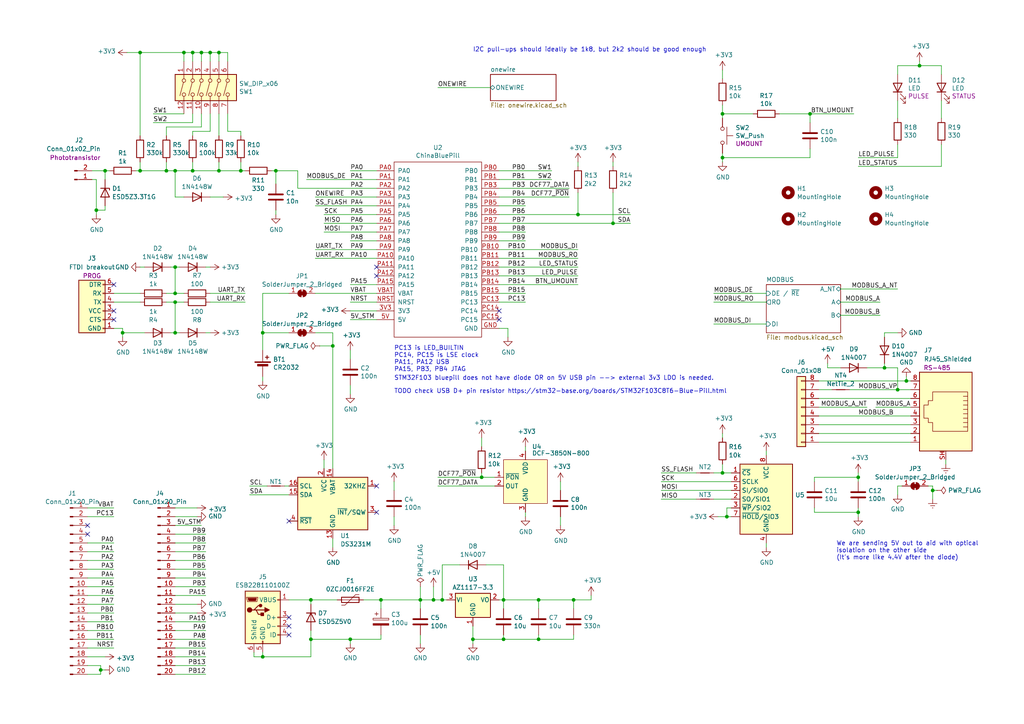
<source format=kicad_sch>
(kicad_sch (version 20230121) (generator eeschema)
  (paper "A4")
  (junction (at 262.89 110.49))
  (junction (at 50.8 87.63))
  (junction (at 209.55 33.02))
  (junction (at 210.82 149.86))
  (junction (at 50.8 85.09))
  (junction (at 55.88 15.24))
  (junction (at 256.54 106.68))
  (junction (at 80.01 49.53))
  (junction (at 156.21 185.42))
  (junction (at 63.5 15.24))
  (junction (at 58.42 15.24))
  (junction (at 166.37 173.99))
  (junction (at 128.27 173.99))
  (junction (at 48.26 49.53))
  (junction (at 60.96 15.24))
  (junction (at 90.17 185.42))
  (junction (at 266.7 19.05))
  (junction (at 50.8 77.47))
  (junction (at 29.21 194.31))
  (junction (at 110.49 173.99))
  (junction (at 248.92 138.43))
  (junction (at 27.94 60.96))
  (junction (at 50.8 96.52))
  (junction (at 146.05 185.42))
  (junction (at 30.48 49.53))
  (junction (at 50.8 49.53))
  (junction (at 248.92 148.59))
  (junction (at 137.16 185.42))
  (junction (at 55.88 49.53))
  (junction (at 156.21 173.99))
  (junction (at 76.2 96.52))
  (junction (at 40.64 15.24))
  (junction (at 69.85 49.53))
  (junction (at 35.56 96.52))
  (junction (at 234.95 33.02))
  (junction (at 63.5 49.53))
  (junction (at 125.73 173.99))
  (junction (at 209.55 45.72))
  (junction (at 260.35 113.03))
  (junction (at 101.6 185.42))
  (junction (at 177.8 64.77))
  (junction (at 209.55 137.16))
  (junction (at 53.34 15.24))
  (junction (at 96.52 100.33))
  (junction (at 270.51 142.24))
  (junction (at 146.05 173.99))
  (junction (at 139.7 138.43))
  (junction (at 121.92 173.99))
  (junction (at 40.64 49.53))
  (junction (at 90.17 173.99))
  (junction (at 76.2 190.5))
  (junction (at 167.64 62.23))
  (no_connect (at 144.78 92.71))
  (no_connect (at 109.22 140.97))
  (no_connect (at 25.4 154.94))
  (no_connect (at 33.02 92.71))
  (no_connect (at 83.82 151.13))
  (no_connect (at 33.02 82.55))
  (no_connect (at 144.78 90.17))
  (no_connect (at 25.4 152.4))
  (no_connect (at 109.22 80.01))
  (no_connect (at 109.22 148.59))
  (no_connect (at 83.82 184.15))
  (no_connect (at 109.22 77.47))
  (no_connect (at 83.82 181.61))
  (no_connect (at 83.82 179.07))
  (no_connect (at 33.02 90.17))
  (wire (pts (xy 48.26 87.63) (xy 50.8 87.63)))
  (wire (pts (xy 246.38 113.03) (xy 260.35 113.03)))
  (wire (pts (xy 167.64 80.01) (xy 144.78 80.01)))
  (wire (pts (xy 53.34 57.15) (xy 50.8 57.15)))
  (wire (pts (xy 80.01 49.53) (xy 86.36 49.53)))
  (wire (pts (xy 146.05 185.42) (xy 137.16 185.42)))
  (wire (pts (xy 25.4 175.26) (xy 33.02 175.26)))
  (wire (pts (xy 72.39 143.51) (xy 83.82 143.51)))
  (wire (pts (xy 69.85 49.53) (xy 71.12 49.53)))
  (wire (pts (xy 29.21 195.58) (xy 29.21 194.31)))
  (wire (pts (xy 209.55 134.62) (xy 209.55 137.16)))
  (wire (pts (xy 63.5 15.24) (xy 66.04 15.24)))
  (wire (pts (xy 30.48 49.53) (xy 30.48 52.07)))
  (wire (pts (xy 58.42 15.24) (xy 60.96 15.24)))
  (wire (pts (xy 209.55 137.16) (xy 212.09 137.16)))
  (wire (pts (xy 76.2 190.5) (xy 76.2 189.23)))
  (wire (pts (xy 237.49 125.73) (xy 264.16 125.73)))
  (wire (pts (xy 29.21 194.31) (xy 29.21 193.04)))
  (wire (pts (xy 248.92 45.72) (xy 260.35 45.72)))
  (wire (pts (xy 162.56 142.24) (xy 162.56 139.7)))
  (wire (pts (xy 139.7 138.43) (xy 143.51 138.43)))
  (wire (pts (xy 222.25 157.48) (xy 222.25 158.75)))
  (wire (pts (xy 86.36 49.53) (xy 86.36 54.61)))
  (wire (pts (xy 50.8 180.34) (xy 59.69 180.34)))
  (wire (pts (xy 101.6 82.55) (xy 109.22 82.55)))
  (wire (pts (xy 90.17 185.42) (xy 101.6 185.42)))
  (wire (pts (xy 90.17 173.99) (xy 90.17 175.26)))
  (wire (pts (xy 144.78 52.07) (xy 160.02 52.07)))
  (wire (pts (xy 73.66 189.23) (xy 73.66 190.5)))
  (wire (pts (xy 50.8 193.04) (xy 59.69 193.04)))
  (wire (pts (xy 166.37 173.99) (xy 166.37 176.53)))
  (wire (pts (xy 260.35 143.51) (xy 260.35 140.97)))
  (wire (pts (xy 144.78 74.93) (xy 167.64 74.93)))
  (wire (pts (xy 96.52 156.21) (xy 96.52 158.75)))
  (wire (pts (xy 25.4 172.72) (xy 33.02 172.72)))
  (wire (pts (xy 35.56 95.25) (xy 33.02 95.25)))
  (wire (pts (xy 63.5 33.02) (xy 63.5 39.37)))
  (wire (pts (xy 93.98 133.35) (xy 93.98 135.89)))
  (wire (pts (xy 66.04 17.78) (xy 66.04 15.24)))
  (wire (pts (xy 44.45 35.56) (xy 55.88 35.56)))
  (wire (pts (xy 101.6 92.71) (xy 109.22 92.71)))
  (wire (pts (xy 248.92 138.43) (xy 248.92 137.16)))
  (wire (pts (xy 50.8 170.18) (xy 59.69 170.18)))
  (wire (pts (xy 50.8 167.64) (xy 59.69 167.64)))
  (wire (pts (xy 128.27 163.83) (xy 128.27 173.99)))
  (wire (pts (xy 76.2 85.09) (xy 83.82 85.09)))
  (wire (pts (xy 209.55 45.72) (xy 209.55 44.45)))
  (wire (pts (xy 254 118.11) (xy 264.16 118.11)))
  (wire (pts (xy 83.82 173.99) (xy 90.17 173.99)))
  (wire (pts (xy 156.21 184.15) (xy 156.21 185.42)))
  (wire (pts (xy 60.96 85.09) (xy 71.12 85.09)))
  (wire (pts (xy 50.8 77.47) (xy 50.8 85.09)))
  (wire (pts (xy 53.34 15.24) (xy 55.88 15.24)))
  (wire (pts (xy 260.35 19.05) (xy 260.35 21.59)))
  (wire (pts (xy 50.8 77.47) (xy 52.07 77.47)))
  (wire (pts (xy 182.88 64.77) (xy 177.8 64.77)))
  (wire (pts (xy 152.4 87.63) (xy 144.78 87.63)))
  (wire (pts (xy 234.95 43.18) (xy 234.95 45.72)))
  (wire (pts (xy 50.8 160.02) (xy 59.69 160.02)))
  (wire (pts (xy 125.73 173.99) (xy 121.92 173.99)))
  (wire (pts (xy 57.15 149.86) (xy 50.8 149.86)))
  (wire (pts (xy 222.25 130.81) (xy 222.25 132.08)))
  (wire (pts (xy 152.4 129.54) (xy 152.4 130.81)))
  (wire (pts (xy 25.4 170.18) (xy 33.02 170.18)))
  (wire (pts (xy 171.45 173.99) (xy 171.45 172.72)))
  (wire (pts (xy 125.73 173.99) (xy 128.27 173.99)))
  (wire (pts (xy 25.4 182.88) (xy 33.02 182.88)))
  (wire (pts (xy 48.26 85.09) (xy 50.8 85.09)))
  (wire (pts (xy 25.4 160.02) (xy 33.02 160.02)))
  (wire (pts (xy 166.37 184.15) (xy 166.37 185.42)))
  (wire (pts (xy 266.7 19.05) (xy 273.05 19.05)))
  (wire (pts (xy 121.92 173.99) (xy 121.92 176.53)))
  (wire (pts (xy 146.05 163.83) (xy 140.97 163.83)))
  (wire (pts (xy 156.21 185.42) (xy 166.37 185.42)))
  (wire (pts (xy 55.88 49.53) (xy 63.5 49.53)))
  (wire (pts (xy 35.56 96.52) (xy 35.56 95.25)))
  (wire (pts (xy 248.92 139.7) (xy 248.92 138.43)))
  (wire (pts (xy 146.05 173.99) (xy 146.05 176.53)))
  (wire (pts (xy 156.21 173.99) (xy 166.37 173.99)))
  (wire (pts (xy 50.8 87.63) (xy 53.34 87.63)))
  (wire (pts (xy 144.78 59.69) (xy 152.4 59.69)))
  (wire (pts (xy 139.7 137.16) (xy 139.7 138.43)))
  (wire (pts (xy 80.01 49.53) (xy 78.74 49.53)))
  (wire (pts (xy 152.4 85.09) (xy 144.78 85.09)))
  (wire (pts (xy 207.01 87.63) (xy 222.25 87.63)))
  (wire (pts (xy 25.4 190.5) (xy 30.48 190.5)))
  (wire (pts (xy 243.84 87.63) (xy 255.27 87.63)))
  (wire (pts (xy 55.88 15.24) (xy 55.88 17.78)))
  (wire (pts (xy 251.46 106.68) (xy 256.54 106.68)))
  (wire (pts (xy 210.82 149.86) (xy 212.09 149.86)))
  (wire (pts (xy 128.27 173.99) (xy 129.54 173.99)))
  (wire (pts (xy 30.48 60.96) (xy 27.94 60.96)))
  (wire (pts (xy 167.64 55.88) (xy 167.64 62.23)))
  (wire (pts (xy 49.53 77.47) (xy 50.8 77.47)))
  (wire (pts (xy 137.16 181.61) (xy 137.16 185.42)))
  (wire (pts (xy 260.35 113.03) (xy 264.16 113.03)))
  (wire (pts (xy 50.8 190.5) (xy 59.69 190.5)))
  (wire (pts (xy 25.4 149.86) (xy 33.02 149.86)))
  (wire (pts (xy 93.98 67.31) (xy 109.22 67.31)))
  (wire (pts (xy 144.78 57.15) (xy 165.1 57.15)))
  (wire (pts (xy 80.01 60.96) (xy 80.01 62.23)))
  (wire (pts (xy 256.54 105.41) (xy 256.54 106.68)))
  (wire (pts (xy 166.37 173.99) (xy 171.45 173.99)))
  (wire (pts (xy 40.64 77.47) (xy 41.91 77.47)))
  (wire (pts (xy 101.6 69.85) (xy 109.22 69.85)))
  (wire (pts (xy 101.6 185.42) (xy 110.49 185.42)))
  (wire (pts (xy 27.94 60.96) (xy 27.94 62.23)))
  (wire (pts (xy 144.78 72.39) (xy 167.64 72.39)))
  (wire (pts (xy 57.15 147.32) (xy 50.8 147.32)))
  (wire (pts (xy 58.42 15.24) (xy 58.42 17.78)))
  (wire (pts (xy 40.64 15.24) (xy 53.34 15.24)))
  (wire (pts (xy 209.55 34.29) (xy 209.55 33.02)))
  (wire (pts (xy 270.51 140.97) (xy 270.51 142.24)))
  (wire (pts (xy 191.77 137.16) (xy 201.93 137.16)))
  (wire (pts (xy 25.4 147.32) (xy 33.02 147.32)))
  (wire (pts (xy 50.8 185.42) (xy 59.69 185.42)))
  (wire (pts (xy 55.88 46.99) (xy 55.88 49.53)))
  (wire (pts (xy 110.49 184.15) (xy 110.49 185.42)))
  (wire (pts (xy 96.52 96.52) (xy 96.52 100.33)))
  (wire (pts (xy 167.64 46.99) (xy 167.64 48.26)))
  (wire (pts (xy 127 138.43) (xy 139.7 138.43)))
  (wire (pts (xy 40.64 49.53) (xy 48.26 49.53)))
  (wire (pts (xy 110.49 173.99) (xy 121.92 173.99)))
  (wire (pts (xy 262.89 110.49) (xy 264.16 110.49)))
  (wire (pts (xy 207.01 144.78) (xy 212.09 144.78)))
  (wire (pts (xy 27.94 52.07) (xy 27.94 60.96)))
  (wire (pts (xy 60.96 87.63) (xy 71.12 87.63)))
  (wire (pts (xy 60.96 15.24) (xy 63.5 15.24)))
  (wire (pts (xy 40.64 85.09) (xy 33.02 85.09)))
  (wire (pts (xy 144.78 54.61) (xy 165.1 54.61)))
  (wire (pts (xy 240.03 106.68) (xy 243.84 106.68)))
  (wire (pts (xy 50.8 154.94) (xy 59.69 154.94)))
  (wire (pts (xy 91.44 74.93) (xy 109.22 74.93)))
  (wire (pts (xy 50.8 165.1) (xy 59.69 165.1)))
  (wire (pts (xy 128.27 163.83) (xy 133.35 163.83)))
  (wire (pts (xy 237.49 120.65) (xy 264.16 120.65)))
  (wire (pts (xy 76.2 85.09) (xy 76.2 96.52)))
  (wire (pts (xy 50.8 182.88) (xy 59.69 182.88)))
  (wire (pts (xy 50.8 87.63) (xy 50.8 96.52)))
  (wire (pts (xy 25.4 180.34) (xy 33.02 180.34)))
  (wire (pts (xy 50.8 49.53) (xy 50.8 57.15)))
  (wire (pts (xy 209.55 125.73) (xy 209.55 127)))
  (wire (pts (xy 177.8 55.88) (xy 177.8 64.77)))
  (wire (pts (xy 91.44 57.15) (xy 109.22 57.15)))
  (wire (pts (xy 260.35 45.72) (xy 260.35 41.91)))
  (wire (pts (xy 101.6 49.53) (xy 109.22 49.53)))
  (wire (pts (xy 234.95 33.02) (xy 226.06 33.02)))
  (wire (pts (xy 266.7 17.78) (xy 266.7 19.05)))
  (wire (pts (xy 191.77 142.24) (xy 212.09 142.24)))
  (wire (pts (xy 60.96 57.15) (xy 64.77 57.15)))
  (wire (pts (xy 270.51 142.24) (xy 270.51 144.78)))
  (wire (pts (xy 40.64 49.53) (xy 39.37 49.53)))
  (wire (pts (xy 209.55 20.32) (xy 209.55 22.86)))
  (wire (pts (xy 76.2 96.52) (xy 76.2 101.6)))
  (wire (pts (xy 273.05 34.29) (xy 273.05 29.21)))
  (wire (pts (xy 240.03 105.41) (xy 240.03 106.68)))
  (wire (pts (xy 146.05 163.83) (xy 146.05 173.99)))
  (wire (pts (xy 48.26 49.53) (xy 50.8 49.53)))
  (wire (pts (xy 207.01 93.98) (xy 222.25 93.98)))
  (wire (pts (xy 50.8 175.26) (xy 57.15 175.26)))
  (wire (pts (xy 248.92 148.59) (xy 248.92 147.32)))
  (wire (pts (xy 50.8 187.96) (xy 59.69 187.96)))
  (wire (pts (xy 274.32 133.35) (xy 274.32 134.62)))
  (wire (pts (xy 260.35 96.52) (xy 256.54 96.52)))
  (wire (pts (xy 144.78 67.31) (xy 152.4 67.31)))
  (wire (pts (xy 25.4 167.64) (xy 33.02 167.64)))
  (wire (pts (xy 121.92 184.15) (xy 121.92 186.69)))
  (wire (pts (xy 50.8 85.09) (xy 53.34 85.09)))
  (wire (pts (xy 121.92 170.18) (xy 121.92 173.99)))
  (wire (pts (xy 90.17 190.5) (xy 90.17 185.42)))
  (wire (pts (xy 80.01 49.53) (xy 80.01 53.34)))
  (wire (pts (xy 86.36 54.61) (xy 109.22 54.61)))
  (wire (pts (xy 50.8 157.48) (xy 59.69 157.48)))
  (wire (pts (xy 110.49 173.99) (xy 110.49 176.53)))
  (wire (pts (xy 234.95 35.56) (xy 234.95 33.02)))
  (wire (pts (xy 236.22 148.59) (xy 248.92 148.59)))
  (wire (pts (xy 144.78 95.25) (xy 147.32 95.25)))
  (wire (pts (xy 256.54 106.68) (xy 260.35 106.68)))
  (wire (pts (xy 88.9 52.07) (xy 109.22 52.07)))
  (wire (pts (xy 256.54 96.52) (xy 256.54 97.79)))
  (wire (pts (xy 243.84 83.82) (xy 260.35 83.82)))
  (wire (pts (xy 234.95 45.72) (xy 209.55 45.72)))
  (wire (pts (xy 270.51 142.24) (xy 271.78 142.24)))
  (wire (pts (xy 101.6 104.14) (xy 101.6 101.6)))
  (wire (pts (xy 237.49 123.19) (xy 264.16 123.19)))
  (wire (pts (xy 144.78 64.77) (xy 177.8 64.77)))
  (wire (pts (xy 44.45 33.02) (xy 53.34 33.02)))
  (wire (pts (xy 59.69 77.47) (xy 60.96 77.47)))
  (wire (pts (xy 144.78 173.99) (xy 146.05 173.99)))
  (wire (pts (xy 248.92 149.86) (xy 248.92 148.59)))
  (wire (pts (xy 101.6 90.17) (xy 109.22 90.17)))
  (wire (pts (xy 146.05 173.99) (xy 156.21 173.99)))
  (wire (pts (xy 69.85 46.99) (xy 69.85 49.53)))
  (wire (pts (xy 236.22 139.7) (xy 236.22 138.43)))
  (wire (pts (xy 91.44 96.52) (xy 96.52 96.52)))
  (wire (pts (xy 260.35 106.68) (xy 260.35 113.03)))
  (wire (pts (xy 55.88 35.56) (xy 55.88 33.02)))
  (wire (pts (xy 30.48 194.31) (xy 29.21 194.31)))
  (wire (pts (xy 76.2 190.5) (xy 90.17 190.5)))
  (wire (pts (xy 76.2 109.22) (xy 76.2 110.49)))
  (wire (pts (xy 273.05 48.26) (xy 273.05 41.91)))
  (wire (pts (xy 63.5 46.99) (xy 63.5 49.53)))
  (wire (pts (xy 25.4 177.8) (xy 33.02 177.8)))
  (wire (pts (xy 146.05 184.15) (xy 146.05 185.42)))
  (wire (pts (xy 90.17 182.88) (xy 90.17 185.42)))
  (wire (pts (xy 114.3 142.24) (xy 114.3 139.7)))
  (wire (pts (xy 101.6 114.3) (xy 101.6 111.76)))
  (wire (pts (xy 125.73 170.18) (xy 125.73 173.99)))
  (wire (pts (xy 236.22 138.43) (xy 248.92 138.43)))
  (wire (pts (xy 82.55 140.97) (xy 83.82 140.97)))
  (wire (pts (xy 237.49 118.11) (xy 251.46 118.11)))
  (wire (pts (xy 147.32 95.25) (xy 147.32 97.79)))
  (wire (pts (xy 162.56 152.4) (xy 162.56 149.86)))
  (wire (pts (xy 207.01 85.09) (xy 222.25 85.09)))
  (wire (pts (xy 101.6 87.63) (xy 109.22 87.63)))
  (wire (pts (xy 96.52 100.33) (xy 96.52 135.89)))
  (wire (pts (xy 146.05 185.42) (xy 156.21 185.42)))
  (wire (pts (xy 40.64 46.99) (xy 40.64 49.53)))
  (wire (pts (xy 58.42 152.4) (xy 50.8 152.4)))
  (wire (pts (xy 25.4 165.1) (xy 33.02 165.1)))
  (wire (pts (xy 69.85 38.1) (xy 69.85 39.37)))
  (wire (pts (xy 209.55 33.02) (xy 218.44 33.02)))
  (wire (pts (xy 30.48 59.69) (xy 30.48 60.96)))
  (wire (pts (xy 209.55 33.02) (xy 209.55 30.48)))
  (wire (pts (xy 55.88 38.1) (xy 55.88 39.37)))
  (wire (pts (xy 273.05 19.05) (xy 273.05 21.59)))
  (wire (pts (xy 40.64 87.63) (xy 33.02 87.63)))
  (wire (pts (xy 237.49 110.49) (xy 262.89 110.49)))
  (wire (pts (xy 182.88 62.23) (xy 167.64 62.23)))
  (wire (pts (xy 152.4 148.59) (xy 152.4 149.86)))
  (wire (pts (xy 55.88 15.24) (xy 58.42 15.24)))
  (wire (pts (xy 91.44 72.39) (xy 109.22 72.39)))
  (wire (pts (xy 90.17 173.99) (xy 97.79 173.99)))
  (wire (pts (xy 144.78 69.85) (xy 152.4 69.85)))
  (wire (pts (xy 25.4 185.42) (xy 33.02 185.42)))
  (wire (pts (xy 114.3 152.4) (xy 114.3 149.86)))
  (wire (pts (xy 60.96 38.1) (xy 55.88 38.1)))
  (wire (pts (xy 260.35 140.97) (xy 261.62 140.97)))
  (wire (pts (xy 236.22 147.32) (xy 236.22 148.59)))
  (wire (pts (xy 35.56 97.79) (xy 35.56 96.52)))
  (wire (pts (xy 248.92 48.26) (xy 273.05 48.26)))
  (wire (pts (xy 91.44 59.69) (xy 109.22 59.69)))
  (wire (pts (xy 30.48 49.53) (xy 31.75 49.53)))
  (wire (pts (xy 73.66 190.5) (xy 76.2 190.5)))
  (wire (pts (xy 27.94 52.07) (xy 26.67 52.07)))
  (wire (pts (xy 30.48 49.53) (xy 26.67 49.53)))
  (wire (pts (xy 50.8 49.53) (xy 55.88 49.53)))
  (wire (pts (xy 60.96 15.24) (xy 60.96 17.78)))
  (wire (pts (xy 63.5 49.53) (xy 69.85 49.53)))
  (wire (pts (xy 247.65 33.02) (xy 234.95 33.02)))
  (wire (pts (xy 58.42 36.83) (xy 48.26 36.83)))
  (wire (pts (xy 25.4 187.96) (xy 33.02 187.96)))
  (wire (pts (xy 207.01 137.16) (xy 209.55 137.16)))
  (wire (pts (xy 191.77 144.78) (xy 201.93 144.78)))
  (wire (pts (xy 137.16 185.42) (xy 137.16 186.69)))
  (wire (pts (xy 237.49 113.03) (xy 241.3 113.03)))
  (wire (pts (xy 210.82 147.32) (xy 210.82 149.86)))
  (wire (pts (xy 127 25.4) (xy 142.24 25.4)))
  (wire (pts (xy 262.89 109.22) (xy 262.89 110.49)))
  (wire (pts (xy 212.09 147.32) (xy 210.82 147.32)))
  (wire (pts (xy 58.42 36.83) (xy 58.42 33.02)))
  (wire (pts (xy 144.78 49.53) (xy 160.02 49.53)))
  (wire (pts (xy 101.6 185.42) (xy 101.6 186.69)))
  (wire (pts (xy 49.53 96.52) (xy 50.8 96.52)))
  (wire (pts (xy 266.7 19.05) (xy 260.35 19.05)))
  (wire (pts (xy 237.49 115.57) (xy 264.16 115.57)))
  (wire (pts (xy 260.35 34.29) (xy 260.35 29.21)))
  (wire (pts (xy 36.83 15.24) (xy 40.64 15.24)))
  (wire (pts (xy 50.8 177.8) (xy 57.15 177.8)))
  (wire (pts (xy 35.56 96.52) (xy 41.91 96.52)))
  (wire (pts (xy 76.2 96.52) (xy 83.82 96.52)))
  (wire (pts (xy 208.28 149.86) (xy 210.82 149.86)))
  (wire (pts (xy 209.55 46.99) (xy 209.55 45.72)))
  (wire (pts (xy 25.4 157.48) (xy 33.02 157.48)))
  (wire (pts (xy 48.26 46.99) (xy 48.26 49.53)))
  (wire (pts (xy 167.64 77.47) (xy 144.78 77.47)))
  (wire (pts (xy 25.4 162.56) (xy 33.02 162.56)))
  (wire (pts (xy 191.77 139.7) (xy 212.09 139.7)))
  (wire (pts (xy 72.39 140.97) (xy 77.47 140.97)))
  (wire (pts (xy 92.71 100.33) (xy 96.52 100.33)))
  (wire (pts (xy 144.78 62.23) (xy 167.64 62.23)))
  (wire (pts (xy 66.04 38.1) (xy 69.85 38.1)))
  (wire (pts (xy 50.8 162.56) (xy 59.69 162.56)))
  (wire (pts (xy 53.34 15.24) (xy 53.34 17.78)))
  (wire (pts (xy 40.64 15.24) (xy 40.64 39.37)))
  (wire (pts (xy 25.4 195.58) (xy 29.21 195.58)))
  (wire (pts (xy 93.98 64.77) (xy 109.22 64.77)))
  (wire (pts (xy 156.21 173.99) (xy 156.21 176.53)))
  (wire (pts (xy 177.8 46.99) (xy 177.8 48.26)))
  (wire (pts (xy 48.26 36.83) (xy 48.26 39.37)))
  (wire (pts (xy 50.8 172.72) (xy 59.69 172.72)))
  (wire (pts (xy 243.84 91.44) (xy 255.27 91.44)))
  (wire (pts (xy 237.49 128.27) (xy 264.16 128.27)))
  (wire (pts (xy 91.44 85.09) (xy 109.22 85.09)))
  (wire (pts (xy 167.64 82.55) (xy 144.78 82.55)))
  (wire (pts (xy 60.96 96.52) (xy 59.69 96.52)))
  (wire (pts (xy 29.21 193.04) (xy 25.4 193.04)))
  (wire (pts (xy 93.98 62.23) (xy 109.22 62.23)))
  (wire (pts (xy 105.41 173.99) (xy 110.49 173.99)))
  (wire (pts (xy 50.8 195.58) (xy 59.69 195.58)))
  (wire (pts (xy 127 140.97) (xy 143.51 140.97)))
  (wire (pts (xy 52.07 96.52) (xy 50.8 96.52)))
  (wire (pts (xy 63.5 15.24) (xy 63.5 17.78)))
  (wire (pts (xy 139.7 127) (xy 139.7 129.54)))
  (wire (pts (xy 66.04 38.1) (xy 66.04 33.02)))
  (wire (pts (xy 60.96 33.02) (xy 60.96 38.1)))
  (wire (pts (xy 269.24 140.97) (xy 270.51 140.97)))
  (text "STM32F103 bluepill does not have diode OR on 5V USB pin --> external 3v3 LDO is needed." (at 114.3 110.49 0) (effects (font (size 1.27 1.27)) (justify left bottom)))
  (text "I2C pull-ups should ideally be 1k8, but 2k2 should be good enough" (at 137.16 15.24 0) (effects (font (size 1.27 1.27)) (justify left bottom)))
  (text "PC13 is LED_BUILTIN\nPC14, PC15 is LSE clock\nPA11, PA12 USB\nPA15, PB3, PB4 JTAG" (at 114.3 107.95 0) (effects (font (size 1.27 1.27)) (justify left bottom)))
  (text "TODO check USB D+ pin resistor https://stm32-base.org/boards/STM32F103C8T6-Blue-Pill.html" (at 114.3 114.3 0) (effects (font (size 1.27 1.27)) (justify left bottom)))
  (text "We are sending 5V out to aid with optical\nisolation on the other side\n(It's more like 4.4V after the diode)" (at 242.57 162.56 0) (effects (font (size 1.27 1.27)) (justify left bottom)))
  (label "PB10" (at 152.4 72.39 180))
  (label "PB9" (at 59.69 154.94 180))
  (label "PA15" (at 101.6 82.55 0))
  (label "PA3" (at 101.6 57.15 0))
  (label "MODBUS_VP" (at 248.92 113.03 0))
  (label "SCL" (at 72.39 140.97 0))
  (label "UART_TX" (at 91.44 72.39 0))
  (label "SW1" (at 160.02 49.53 180))
  (label "PA9" (at 59.69 182.88 180))
  (label "PA1" (at 101.6 52.07 0))
  (label "PA4" (at 101.6 59.69 0))
  (label "PB6" (at 152.4 62.23 180))
  (label "PB12" (at 152.4 77.47 180))
  (label "5V_STM" (at 101.6 92.71 0))
  (label "PB5" (at 59.69 165.1 180))
  (label "PC13" (at 152.4 87.63 180))
  (label "VBAT" (at 101.6 85.09 0))
  (label "PB1" (at 33.02 180.34 180))
  (label "SDA" (at 182.88 64.77 180))
  (label "LED_STATUS" (at 167.64 77.47 180))
  (label "LED_PULSE" (at 248.92 45.72 0))
  (label "PB7" (at 59.69 160.02 180))
  (label "DCF77_~{PON}" (at 165.1 57.15 180))
  (label "PB1" (at 152.4 52.07 180))
  (label "PB11" (at 152.4 74.93 180))
  (label "PB0" (at 152.4 49.53 180))
  (label "SW2" (at 44.45 35.56 0))
  (label "PA0" (at 33.02 157.48 180))
  (label "PB4" (at 59.69 167.64 180))
  (label "PA8" (at 59.69 185.42 180))
  (label "PC13" (at 33.02 149.86 180))
  (label "SCK" (at 191.77 139.7 0))
  (label "PA10" (at 101.6 74.93 0))
  (label "SS_FLASH" (at 91.44 59.69 0))
  (label "SW2" (at 160.02 52.07 180))
  (label "PB6" (at 59.69 162.56 180))
  (label "PB15" (at 59.69 187.96 180))
  (label "PA10" (at 59.69 180.34 180))
  (label "PA7" (at 101.6 67.31 0))
  (label "PB12" (at 59.69 195.58 180))
  (label "PB8" (at 59.69 157.48 180))
  (label "ONEWIRE" (at 91.44 57.15 0))
  (label "NRST" (at 101.6 87.63 0))
  (label "PA8" (at 101.6 69.85 0))
  (label "PB14" (at 59.69 190.5 180))
  (label "PA1" (at 33.02 160.02 180))
  (label "MODBUS_A" (at 254 118.11 0))
  (label "PA2" (at 101.6 54.61 0))
  (label "PB9" (at 152.4 69.85 180))
  (label "DCF77_DATA" (at 127 140.97 0))
  (label "PA2" (at 33.02 162.56 180))
  (label "MODBUS_DI" (at 167.64 72.39 180))
  (label "MOSI" (at 93.98 67.31 0))
  (label "PA6" (at 33.02 172.72 180))
  (label "PA4" (at 33.02 167.64 180))
  (label "MODBUS_DE" (at 207.01 85.09 0))
  (label "LED_PULSE" (at 167.64 80.01 180))
  (label "SCK" (at 93.98 62.23 0))
  (label "MOSI" (at 191.77 142.24 0))
  (label "PA6" (at 101.6 64.77 0))
  (label "PB14" (at 152.4 82.55 180))
  (label "MODBUS_A_NT" (at 260.35 83.82 180))
  (label "SCL" (at 182.88 62.23 180))
  (label "MODBUS_RO" (at 207.01 87.63 0))
  (label "ONEWIRE" (at 127 25.4 0))
  (label "PB4" (at 152.4 57.15 180))
  (label "5V_STM" (at 58.42 152.4 180))
  (label "SW1" (at 44.45 33.02 0))
  (label "UART_TX" (at 71.12 85.09 180))
  (label "PB11" (at 33.02 185.42 180))
  (label "PA3" (at 33.02 165.1 180))
  (label "BTN_UMOUNT" (at 247.65 33.02 180))
  (label "PB5" (at 152.4 59.69 180))
  (label "PA15" (at 59.69 172.72 180))
  (label "MISO" (at 191.77 144.78 0))
  (label "PB13" (at 152.4 80.01 180))
  (label "SDA" (at 72.39 143.51 0))
  (label "UART_RX" (at 71.12 87.63 180))
  (label "MISO" (at 93.98 64.77 0))
  (label "MODBUS_DE" (at 88.9 52.07 0))
  (label "LED_STATUS" (at 248.92 48.26 0))
  (label "PB8" (at 152.4 67.31 180))
  (label "MODBUS_A" (at 255.27 87.63 180))
  (label "PB3" (at 59.69 170.18 180))
  (label "PB10" (at 33.02 182.88 180))
  (label "UART_RX" (at 91.44 74.93 0))
  (label "MODBUS_B" (at 255.27 91.44 180))
  (label "PA9" (at 101.6 72.39 0))
  (label "VBAT" (at 33.02 147.32 180))
  (label "PB13" (at 59.69 193.04 180))
  (label "MODBUS_A_NT" (at 251.46 118.11 180))
  (label "DCF77_DATA" (at 165.1 54.61 180))
  (label "PB0" (at 33.02 177.8 180))
  (label "MODBUS_B" (at 248.92 120.65 0))
  (label "PA0" (at 101.6 49.53 0))
  (label "PB15" (at 152.4 85.09 180))
  (label "DCF77_~{PON}" (at 127 138.43 0))
  (label "SS_FLASH" (at 191.77 137.16 0))
  (label "PA5" (at 33.02 170.18 180))
  (label "PA5" (at 101.6 62.23 0))
  (label "BTN_UMOUNT" (at 167.64 82.55 180))
  (label "PA7" (at 33.02 175.26 180))
  (label "NRST" (at 33.02 187.96 180))
  (label "PB3" (at 152.4 54.61 180))
  (label "MODBUS_RO" (at 167.64 74.93 180))
  (label "PB7" (at 152.4 64.77 180))
  (label "MODBUS_DI" (at 207.01 93.98 0))
  (symbol (lib_id "china_bluepill:ChinaBluePill") (at 127 63.5 0) (unit 1)
    (property "Reference" "U2" (at 127 42.799 0))
    (property "Value" "ChinaBluePill" (at 127 45.1104 0))
    (property "Footprint" "chinabluepill:ChinaBluePill" (effects hide))
  )
  (symbol (lib_id "power:GND") (at 147.32 97.79 0) (unit 1)
    (property "Reference" "#PWR028" (effects hide))
    (property "Value" "GND" (at 147.447 102.1842 0))
  )
  (symbol (lib_id "power:+3V3") (at 101.6 90.17 90) (unit 1)
    (property "Reference" "#PWR018" (effects hide))
    (property "Value" "+3V3" (at 98.3488 89.789 90) (effects (justify left)))
  )
  (symbol (lib_id "Device:C") (at 101.6 107.95 0) (unit 1)
    (property "Reference" "C2" (at 104.521 106.7816 0) (effects (justify left)))
    (property "Value" "100n" (at 104.521 109.093 0) (effects (justify left)))
    (property "Footprint" "Capacitor_SMD:C_1206_3216Metric_Pad1.33x1.80mm_HandSolder" (effects hide))
  )
  (symbol (lib_id "power:+3V3") (at 101.6 101.6 0) (unit 1)
    (property "Reference" "#PWR019" (effects hide))
    (property "Value" "+3V3" (at 101.981 97.2058 0))
  )
  (symbol (lib_id "power:GND") (at 101.6 114.3 0) (unit 1)
    (property "Reference" "#PWR020" (effects hide))
    (property "Value" "GND" (at 101.727 118.6942 0))
  )
  (symbol (lib_id "power:GND") (at 27.94 62.23 0) (unit 1)
    (property "Reference" "#PWR01" (effects hide))
    (property "Value" "GND" (at 28.067 66.6242 0))
  )
  (symbol (lib_id "Switch:SW_DIP_x06") (at 60.96 25.4 90) (mirror x) (unit 1)
    (property "Reference" "SW1" (at 69.342 26.5684 90) (effects (justify right)))
    (property "Value" "SW_DIP_x06" (at 69.342 24.257 90) (effects (justify right)))
    (property "Footprint" "Button_Switch_THT:SW_DIP_SPSTx06_Piano_10.8x16.8mm_W7.62mm_P2.54mm" (effects hide))
  )
  (symbol (lib_id "power:+3V3") (at 36.83 15.24 90) (unit 1)
    (property "Reference" "#PWR05" (effects hide))
    (property "Value" "+3V3" (at 33.5788 14.859 90) (effects (justify left)))
  )
  (symbol (lib_id "Device:R") (at 48.26 43.18 0) (unit 1)
    (property "Reference" "R5" (at 50.038 42.0116 0) (effects (justify left)))
    (property "Value" "330k" (at 50.038 44.323 0) (effects (justify left)))
    (property "Footprint" "Resistor_SMD:R_1206_3216Metric_Pad1.30x1.75mm_HandSolder" (effects hide))
  )
  (symbol (lib_id "Device:R") (at 55.88 43.18 0) (unit 1)
    (property "Reference" "R6" (at 57.658 42.0116 0) (effects (justify left)))
    (property "Value" "100k" (at 57.658 44.323 0) (effects (justify left)))
    (property "Footprint" "Resistor_SMD:R_1206_3216Metric_Pad1.30x1.75mm_HandSolder" (effects hide))
  )
  (symbol (lib_id "Device:R") (at 63.5 43.18 0) (unit 1)
    (property "Reference" "R9" (at 65.278 42.0116 0) (effects (justify left)))
    (property "Value" "33k" (at 65.278 44.323 0) (effects (justify left)))
    (property "Footprint" "Resistor_SMD:R_1206_3216Metric_Pad1.30x1.75mm_HandSolder" (effects hide))
  )
  (symbol (lib_id "power:+3V3") (at 64.77 57.15 270) (unit 1)
    (property "Reference" "#PWR013" (effects hide))
    (property "Value" "+3V3" (at 68.0212 57.531 90) (effects (justify left)))
  )
  (symbol (lib_id "Switch:SW_Push") (at 209.55 39.37 270) (unit 1)
    (property "Reference" "SW2" (at 213.3092 37.0586 90) (effects (justify left)))
    (property "Value" "SW_Push" (at 213.3092 39.37 90) (effects (justify left)))
    (property "Footprint" "Button_Switch_THT:SW_PUSH_6mm" (effects hide))
    (property "Label" "UMOUNT" (at 213.3092 41.6814 90) (effects (justify left)))
  )
  (symbol (lib_id "Device:LED") (at 260.35 25.4 90) (unit 1)
    (property "Reference" "D11" (at 263.3472 23.2664 90) (effects (justify right)))
    (property "Value" "LED" (at 263.3472 25.5778 90) (effects (justify right)))
    (property "Footprint" "LED_THT:LED_D3.0mm" (effects hide))
    (property "Label" "PULSE" (at 263.3472 27.8892 90) (effects (justify right)))
  )
  (symbol (lib_id "Device:LED") (at 273.05 25.4 90) (unit 1)
    (property "Reference" "D12" (at 276.0472 23.2664 90) (effects (justify right)))
    (property "Value" "LED" (at 276.0472 25.5778 90) (effects (justify right)))
    (property "Footprint" "LED_THT:LED_D3.0mm" (effects hide))
    (property "Label" "STATUS" (at 276.0472 27.8892 90) (effects (justify right)))
  )
  (symbol (lib_id "Device:Battery_Cell") (at 76.2 106.68 0) (unit 1)
    (property "Reference" "BT1" (at 79.1972 104.2416 0) (effects (justify left)))
    (property "Value" "CR2032" (at 79.1972 106.553 0) (effects (justify left)))
    (property "Footprint" "ondra:BatteryHolder_DS1092-04-B6P" (effects hide))
    (property "Holder" "DS1092-04-B6P" (effects hide))
  )
  (symbol (lib_id "power:GND") (at 76.2 110.49 0) (unit 1)
    (property "Reference" "#PWR014" (effects hide))
    (property "Value" "GND" (at 76.327 114.8842 0))
  )
  (symbol (lib_id "power:GND") (at 35.56 97.79 0) (unit 1)
    (property "Reference" "#PWR04" (effects hide))
    (property "Value" "GND" (at 35.687 102.1842 0))
  )
  (symbol (lib_id "Device:R") (at 260.35 38.1 0) (unit 1)
    (property "Reference" "R18" (at 262.128 36.9316 0) (effects (justify left)))
    (property "Value" "330" (at 262.128 39.243 0) (effects (justify left)))
    (property "Footprint" "Resistor_SMD:R_1206_3216Metric_Pad1.30x1.75mm_HandSolder" (effects hide))
  )
  (symbol (lib_id "Device:R") (at 273.05 38.1 0) (unit 1)
    (property "Reference" "R19" (at 274.828 36.9316 0) (effects (justify left)))
    (property "Value" "330" (at 274.828 39.243 0) (effects (justify left)))
    (property "Footprint" "Resistor_SMD:R_1206_3216Metric_Pad1.30x1.75mm_HandSolder" (effects hide))
  )
  (symbol (lib_id "power:+3V3") (at 266.7 17.78 0) (unit 1)
    (property "Reference" "#PWR048" (effects hide))
    (property "Value" "+3V3" (at 267.081 13.3858 0))
  )
  (symbol (lib_id "power:GND") (at 209.55 46.99 0) (unit 1)
    (property "Reference" "#PWR038" (effects hide))
    (property "Value" "GND" (at 209.677 51.3842 0))
  )
  (symbol (lib_id "Device:R") (at 209.55 26.67 0) (unit 1)
    (property "Reference" "R15" (at 211.328 25.5016 0) (effects (justify left)))
    (property "Value" "10k" (at 211.328 27.813 0) (effects (justify left)))
    (property "Footprint" "Resistor_SMD:R_1206_3216Metric_Pad1.30x1.75mm_HandSolder" (effects hide))
  )
  (symbol (lib_id "Device:R") (at 222.25 33.02 270) (unit 1)
    (property "Reference" "R17" (at 222.25 27.7622 90))
    (property "Value" "10k" (at 222.25 30.0736 90))
    (property "Footprint" "Resistor_SMD:R_1206_3216Metric_Pad1.30x1.75mm_HandSolder" (effects hide))
  )
  (symbol (lib_id "Device:C") (at 234.95 39.37 0) (unit 1)
    (property "Reference" "C10" (at 237.871 38.2016 0) (effects (justify left)))
    (property "Value" "100n" (at 237.871 40.513 0) (effects (justify left)))
    (property "Footprint" "Capacitor_SMD:C_1206_3216Metric_Pad1.33x1.80mm_HandSolder" (effects hide))
  )
  (symbol (lib_id "power:+3V3") (at 209.55 20.32 0) (unit 1)
    (property "Reference" "#PWR037" (effects hide))
    (property "Value" "+3V3" (at 209.931 15.9258 0))
  )
  (symbol (lib_id "Device:C") (at 248.92 143.51 0) (unit 1)
    (property "Reference" "C12" (at 251.841 142.3416 0) (effects (justify left)))
    (property "Value" "100n" (at 251.841 144.653 0) (effects (justify left)))
    (property "Footprint" "Capacitor_SMD:C_1206_3216Metric_Pad1.33x1.80mm_HandSolder" (effects hide))
  )
  (symbol (lib_id "power:+3V3") (at 248.92 137.16 0) (unit 1)
    (property "Reference" "#PWR043" (effects hide))
    (property "Value" "+3V3" (at 249.301 132.7658 0))
  )
  (symbol (lib_id "power:GND") (at 248.92 149.86 0) (unit 1)
    (property "Reference" "#PWR044" (effects hide))
    (property "Value" "GND" (at 249.047 154.2542 0))
  )
  (symbol (lib_id "Device:C") (at 236.22 143.51 0) (unit 1)
    (property "Reference" "C11" (at 239.141 142.3416 0) (effects (justify left)))
    (property "Value" "10u" (at 239.141 144.653 0) (effects (justify left)))
    (property "Footprint" "Capacitor_SMD:C_1206_3216Metric_Pad1.33x1.80mm_HandSolder" (effects hide))
  )
  (symbol (lib_id "power:+3V3") (at 30.48 190.5 270) (unit 1)
    (property "Reference" "#PWR02" (effects hide))
    (property "Value" "+3V3" (at 33.7312 190.881 90) (effects (justify left)))
  )
  (symbol (lib_id "power:GND") (at 30.48 194.31 90) (unit 1)
    (property "Reference" "#PWR03" (effects hide))
    (property "Value" "GND" (at 33.7312 194.183 90) (effects (justify right)))
  )
  (symbol (lib_id "power:GND") (at 57.15 149.86 90) (unit 1)
    (property "Reference" "#PWR08" (effects hide))
    (property "Value" "GND" (at 60.4012 149.733 90) (effects (justify right)))
  )
  (symbol (lib_id "power:+3V3") (at 57.15 147.32 270) (unit 1)
    (property "Reference" "#PWR07" (effects hide))
    (property "Value" "+3V3" (at 60.4012 147.701 90) (effects (justify left)))
  )
  (symbol (lib_id "Device:NetTie_2") (at 80.01 140.97 0) (unit 1) (in_bom no)
    (property "Reference" "NT1" (at 80.01 139.7 0))
    (property "Value" "NetTie_2" (effects hide))
    (property "Footprint" "Resistor_SMD:R_1206_3216Metric_Pad1.30x1.75mm_HandSolder" (effects hide))
  )
  (symbol (lib_id "power:GND") (at 80.01 62.23 0) (unit 1)
    (property "Reference" "#PWR015" (effects hide))
    (property "Value" "GND" (at 80.137 66.6242 0))
  )
  (symbol (lib_id "power:GND") (at 222.25 158.75 0) (unit 1)
    (property "Reference" "#PWR041" (effects hide))
    (property "Value" "GND" (at 222.377 163.1442 0))
  )
  (symbol (lib_id "power:Earth") (at 274.32 134.62 0) (unit 1)
    (property "Reference" "#PWR050" (effects hide))
    (property "Value" "Earth" (effects hide))
  )
  (symbol (lib_id "Mechanical:MountingHole") (at 254 55.88 0) (unit 1)
    (property "Reference" "H3" (at 256.54 54.6679 0) (effects (justify left)))
    (property "Value" "MountingHole" (at 256.54 57.0921 0) (effects (justify left)))
    (property "Footprint" "MountingHole:MountingHole_3.2mm_M3" (effects hide))
  )
  (symbol (lib_id "Timer_RTC:DS3231M") (at 96.52 146.05 0) (unit 1)
    (property "Reference" "U1" (at 98.7141 155.3901 0) (effects (justify left)))
    (property "Value" "DS3231M" (at 98.7141 157.8143 0) (effects (justify left)))
    (property "Footprint" "Package_SO:SOIC-16W_7.5x10.3mm_P1.27mm" (effects hide))
    (property "Datasheet" "http://datasheets.maximintegrated.com/en/ds/DS3231.pdf" (effects hide))
  )
  (symbol (lib_id "power:PWR_FLAG") (at 121.92 170.18 0) (unit 1)
    (property "Reference" "#FLG03" (effects hide))
    (property "Value" "PWR_FLAG" (at 121.92 162.56 90))
  )
  (symbol (lib_id "Jumper:SolderJumper_2_Bridged") (at 265.43 140.97 0) (unit 1)
    (property "Reference" "JP3" (at 265.43 135.9367 0))
    (property "Value" "SolderJumper_2_Bridged" (at 265.43 138.3609 0))
    (property "Footprint" "Resistor_SMD:R_1206_3216Metric_Pad1.30x1.75mm_HandSolder" (effects hide))
  )
  (symbol (lib_id "Device:NetTie_2") (at 204.47 137.16 0) (unit 1) (in_bom no)
    (property "Reference" "NT2" (at 204.47 135.4399 0))
    (property "Value" "NetTie_2" (effects hide))
    (property "Footprint" "Resistor_SMD:R_1206_3216Metric_Pad1.30x1.75mm_HandSolder" (effects hide))
  )
  (symbol (lib_id "Connector:Conn_01x02_Pin") (at 21.59 52.07 0) (mirror x) (unit 1)
    (property "Reference" "J2" (at 24.13 40.64 0) (effects (justify right)))
    (property "Value" "Conn_01x02_Pin" (at 29.21 43.18 0) (effects (justify right)))
    (property "Footprint" "Connector_Molex:Molex_KK-254_AE-6410-02A_1x02_P2.54mm_Vertical" (effects hide))
    (property "Label" "Phototransistor" (at 29.21 45.72 0) (effects (justify right)))
  )
  (symbol (lib_id "power:GND") (at 121.92 186.69 0) (unit 1)
    (property "Reference" "#PWR025" (effects hide))
    (property "Value" "GND" (at 121.92 190.8231 0))
  )
  (symbol (lib_id "Jumper:SolderJumper_2_Bridged") (at 87.63 85.09 0) (unit 1)
    (property "Reference" "JP1" (at 87.63 80.0567 0))
    (property "Value" "SolderJumper_2_Bridged" (at 87.63 82.4809 0))
    (property "Footprint" "Jumper:SolderJumper-2_P1.3mm_Bridged_Pad1.0x1.5mm" (effects hide))
  )
  (symbol (lib_id "power:GND") (at 114.3 152.4 0) (unit 1)
    (property "Reference" "#PWR024" (effects hide))
    (property "Value" "GND" (at 114.427 156.7942 0))
  )
  (symbol (lib_id "Device:R") (at 74.93 49.53 90) (unit 1)
    (property "Reference" "R11" (at 74.93 52.2661 90))
    (property "Value" "330" (at 74.93 54.6903 90))
    (property "Footprint" "Resistor_SMD:R_1206_3216Metric_Pad1.30x1.75mm_HandSolder" (effects hide))
  )
  (symbol (lib_id "Diode:1N4148W") (at 45.72 77.47 180) (unit 1)
    (property "Reference" "D2" (at 45.72 72.0557 0))
    (property "Value" "1N4148W" (at 45.72 74.4799 0))
    (property "Footprint" "Diode_SMD:D_SOD-123" (effects hide))
    (property "Datasheet" "https://www.vishay.com/docs/85748/1n4148w.pdf" (effects hide))
    (property "Sim.Device" "D" (effects hide))
    (property "Sim.Pins" "1=K 2=A" (effects hide))
  )
  (symbol (lib_id "Device:C") (at 146.05 180.34 0) (unit 1)
    (property "Reference" "C6" (at 148.971 179.1279 0) (effects (justify left)))
    (property "Value" "10u" (at 148.971 181.5521 0) (effects (justify left)))
    (property "Footprint" "Capacitor_SMD:C_1206_3216Metric_Pad1.33x1.80mm_HandSolder" (effects hide))
  )
  (symbol (lib_id "power:+3V3") (at 209.55 125.73 0) (unit 1)
    (property "Reference" "#PWR039" (effects hide))
    (property "Value" "+3V3" (at 209.931 121.3358 0))
  )
  (symbol (lib_id "Jumper:SolderJumper_2_Bridged") (at 87.63 96.52 0) (unit 1)
    (property "Reference" "JP2" (at 87.63 91.4867 0))
    (property "Value" "SolderJumper_2_Bridged" (at 87.63 93.9109 0))
    (property "Footprint" "Jumper:SolderJumper-2_P1.3mm_Bridged_Pad1.0x1.5mm" (effects hide))
  )
  (symbol (lib_id "Device:R") (at 40.64 43.18 0) (unit 1)
    (property "Reference" "R2" (at 42.418 42.0116 0) (effects (justify left)))
    (property "Value" "330k" (at 42.418 44.323 0) (effects (justify left)))
    (property "Footprint" "Resistor_SMD:R_1206_3216Metric_Pad1.30x1.75mm_HandSolder" (effects hide))
  )
  (symbol (lib_id "ondra:DCF-3850N-800") (at 152.4 139.7 0) (unit 1)
    (property "Reference" "U4" (at 154.305 129.54 0) (effects (justify left)))
    (property "Value" "DCF-3850N-800" (at 154.305 131.445 0) (effects (justify left)))
    (property "Footprint" "Connector_Molex:Molex_KK-254_AE-6410-04A_1x04_P2.54mm_Vertical" (effects hide))
  )
  (symbol (lib_id "Device:R") (at 167.64 52.07 0) (unit 1)
    (property "Reference" "R13" (at 169.418 50.8579 0) (effects (justify left)))
    (property "Value" "2k2" (at 169.418 53.2821 0) (effects (justify left)))
    (property "Footprint" "Resistor_SMD:R_1206_3216Metric_Pad1.30x1.75mm_HandSolder" (effects hide))
  )
  (symbol (lib_id "power:+3V3") (at 208.28 149.86 90) (unit 1)
    (property "Reference" "#PWR036" (effects hide))
    (property "Value" "+3V3" (at 205.105 149.86 90) (effects (justify left)))
  )
  (symbol (lib_id "power:+3V3") (at 60.96 77.47 270) (unit 1)
    (property "Reference" "#PWR011" (effects hide))
    (property "Value" "+3V3" (at 64.135 77.47 90) (effects (justify left)))
  )
  (symbol (lib_id "power:+3V3") (at 162.56 139.7 0) (unit 1)
    (property "Reference" "#PWR031" (effects hide))
    (property "Value" "+3V3" (at 162.941 135.3058 0))
  )
  (symbol (lib_id "Diode:1N4148W") (at 55.88 96.52 180) (unit 1)
    (property "Reference" "D5" (at 55.88 99.5101 0))
    (property "Value" "1N4148W" (at 55.88 101.9343 0))
    (property "Footprint" "Diode_SMD:D_SOD-123" (effects hide))
    (property "Datasheet" "https://www.vishay.com/docs/85748/1n4148w.pdf" (effects hide))
    (property "Sim.Device" "D" (effects hide))
    (property "Sim.Pins" "1=K 2=A" (effects hide))
  )
  (symbol (lib_id "Memory_Flash:MX25L3233FM1") (at 222.25 144.78 0) (unit 1)
    (property "Reference" "U5" (at 230.632 143.5679 0) (effects (justify left)))
    (property "Value" "MX25L3233FM1" (effects hide))
    (property "Footprint" "Package_SO:SOP-8_3.9x4.9mm_P1.27mm" (effects hide))
    (property "Datasheet" "https://www.macronix.com/Lists/Datasheet/Attachments/8377/MX25L3233F,%203V,%2032Mb,%20v1.1.pdf" (effects hide))
  )
  (symbol (lib_id "power:+5V") (at 240.03 105.41 0) (unit 1)
    (property "Reference" "#PWR042" (effects hide))
    (property "Value" "+5V" (at 240.03 101.2769 0))
  )
  (symbol (lib_id "Diode:1N4148W") (at 57.15 57.15 180) (unit 1)
    (property "Reference" "D6" (at 57.15 51.7357 0))
    (property "Value" "1N4148W" (at 57.15 54.1599 0))
    (property "Footprint" "Diode_SMD:D_SOD-123" (effects hide))
    (property "Datasheet" "https://www.vishay.com/docs/85748/1n4148w.pdf" (effects hide))
    (property "Sim.Device" "D" (effects hide))
    (property "Sim.Pins" "1=K 2=A" (effects hide))
  )
  (symbol (lib_id "power:+3V3") (at 114.3 139.7 0) (unit 1)
    (property "Reference" "#PWR023" (effects hide))
    (property "Value" "+3V3" (at 114.681 135.3058 0))
  )
  (symbol (lib_id "Device:R") (at 57.15 85.09 90) (unit 1)
    (property "Reference" "R7" (at 57.15 79.9297 90))
    (property "Value" "100" (at 57.15 82.3539 90))
    (property "Footprint" "Resistor_SMD:R_1206_3216Metric_Pad1.30x1.75mm_HandSolder" (effects hide))
  )
  (symbol (lib_id "Device:R") (at 44.45 85.09 90) (unit 1)
    (property "Reference" "R3" (at 44.45 79.9297 90))
    (property "Value" "1k" (at 44.45 82.3539 90))
    (property "Footprint" "Resistor_SMD:R_1206_3216Metric_Pad1.30x1.75mm_HandSolder" (effects hide))
  )
  (symbol (lib_id "Device:R") (at 139.7 133.35 0) (unit 1)
    (property "Reference" "R12" (at 141.478 132.1379 0) (effects (justify left)))
    (property "Value" "10k" (at 141.478 134.5621 0) (effects (justify left)))
    (property "Footprint" "Resistor_SMD:R_1206_3216Metric_Pad1.30x1.75mm_HandSolder" (effects hide))
  )
  (symbol (lib_id "power:Earth") (at 270.51 144.78 0) (unit 1)
    (property "Reference" "#PWR049" (effects hide))
    (property "Value" "Earth" (effects hide))
  )
  (symbol (lib_id "Mechanical:MountingHole") (at 228.6 63.5 0) (unit 1)
    (property "Reference" "H2" (at 231.14 62.2879 0) (effects (justify left)))
    (property "Value" "MountingHole" (at 231.14 64.7121 0) (effects (justify left)))
    (property "Footprint" "MountingHole:MountingHole_3.2mm_M3" (effects hide))
  )
  (symbol (lib_id "Diode:1N4148W") (at 55.88 77.47 180) (unit 1)
    (property "Reference" "D4" (at 55.88 72.0557 0))
    (property "Value" "1N4148W" (at 55.88 74.4799 0))
    (property "Footprint" "Diode_SMD:D_SOD-123" (effects hide))
    (property "Datasheet" "https://www.vishay.com/docs/85748/1n4148w.pdf" (effects hide))
    (property "Sim.Device" "D" (effects hide))
    (property "Sim.Pins" "1=K 2=A" (effects hide))
  )
  (symbol (lib_id "Device:Polyfuse") (at 101.6 173.99 90) (unit 1)
    (property "Reference" "F1" (at 101.6 168.4487 90))
    (property "Value" "0ZCJ0016FF2E" (at 101.6 170.8729 90))
    (property "Footprint" "Fuse:Fuse_1206_3216Metric_Pad1.42x1.75mm_HandSolder" (effects hide))
    (property "Datasheet" "https://www.tme.eu/Document/ede4b57335e236a1cff0dbc703b28c62/0ZCJ-DTE.pdf" (effects hide))
    (property "TME" "https://www.tme.eu/cz/details/0zcj0016ff2e/polymerove-pojistky-smd/bel-fuse/" (effects hide))
  )
  (symbol (lib_id "Connector:Conn_01x20_Pin") (at 45.72 170.18 0) (unit 1)
    (property "Reference" "J4" (at 46.355 143.0995 0))
    (property "Value" "Conn_01x20_Pin" (at 46.355 145.5237 0))
    (property "Footprint" "Connector_PinHeader_2.54mm:PinHeader_1x20_P2.54mm_Vertical" (effects hide))
  )
  (symbol (lib_id "power:GND") (at 152.4 149.86 0) (unit 1)
    (property "Reference" "#PWR030" (effects hide))
    (property "Value" "GND" (at 152.527 154.2542 0))
  )
  (symbol (lib_id "power:GND") (at 96.52 158.75 0) (unit 1)
    (property "Reference" "#PWR017" (effects hide))
    (property "Value" "GND" (at 96.647 163.1442 0))
  )
  (symbol (lib_id "power:GND") (at 260.35 143.51 0) (unit 1)
    (property "Reference" "#PWR046" (effects hide))
    (property "Value" "GND" (at 260.35 147.6431 0))
  )
  (symbol (lib_id "Device:C") (at 166.37 180.34 0) (unit 1)
    (property "Reference" "C9" (at 169.291 179.1279 0) (effects (justify left)))
    (property "Value" "330n" (at 169.291 181.5521 0) (effects (justify left)))
    (property "Footprint" "Capacitor_SMD:C_1206_3216Metric_Pad1.33x1.80mm_HandSolder" (effects hide))
  )
  (symbol (lib_id "power:+3V3") (at 60.96 96.52 270) (unit 1)
    (property "Reference" "#PWR012" (effects hide))
    (property "Value" "+3V3" (at 64.135 96.52 90) (effects (justify left)))
  )
  (symbol (lib_id "Diode:1N4007") (at 256.54 101.6 90) (unit 1)
    (property "Reference" "D10" (at 258.572 100.3879 90) (effects (justify right)))
    (property "Value" "1N4007" (at 258.572 102.8121 90) (effects (justify right)))
    (property "Footprint" "Diode_SMD:D_SMA_Handsoldering" (effects hide))
    (property "Datasheet" "http://www.vishay.com/docs/88503/1n4001.pdf" (effects hide))
    (property "Sim.Device" "D" (effects hide))
    (property "Sim.Pins" "1=K 2=A" (effects hide))
  )
  (symbol (lib_id "power:GND") (at 260.35 96.52 90) (unit 1)
    (property "Reference" "#PWR045" (effects hide))
    (property "Value" "GND" (at 263.525 96.52 90) (effects (justify right)))
  )
  (symbol (lib_id "Device:R") (at 69.85 43.18 0) (unit 1)
    (property "Reference" "R10" (at 71.628 42.0116 0) (effects (justify left)))
    (property "Value" "10k" (at 71.628 44.323 0) (effects (justify left)))
    (property "Footprint" "Resistor_SMD:R_1206_3216Metric_Pad1.30x1.75mm_HandSolder" (effects hide))
  )
  (symbol (lib_id "Diode:ESD5Zxx") (at 90.17 179.07 270) (unit 1)
    (property "Reference" "D7" (at 92.202 177.8579 90) (effects (justify left)))
    (property "Value" "ESD5Z5V0" (at 92.202 180.2821 90) (effects (justify left)))
    (property "Footprint" "Diode_SMD:D_SOD-523" (effects hide))
    (property "Datasheet" "https://www.tme.eu/Document/ce6dc2b16f15e75cb22a06d57779cb3c/esd5z2v5.pdf" (effects hide))
    (property "TME" "https://www.tme.eu/cz/details/esd5z5v0-dio/transil-diody-jednosmerne-smd/diotec-semiconductor/esd5z5v0/" (effects hide))
  )
  (symbol (lib_id "Device:R") (at 57.15 87.63 90) (mirror x) (unit 1)
    (property "Reference" "R8" (at 57.15 92.7903 90))
    (property "Value" "100" (at 57.15 90.3661 90))
    (property "Footprint" "Resistor_SMD:R_1206_3216Metric_Pad1.30x1.75mm_HandSolder" (effects hide))
  )
  (symbol (lib_id "Regulator_Linear:AZ1117-3.3") (at 137.16 173.99 0) (unit 1)
    (property "Reference" "U3" (at 137.16 167.9407 0))
    (property "Value" "AZ1117-3.3" (at 137.16 170.3649 0))
    (property "Footprint" "Package_TO_SOT_SMD:SOT-223-3_TabPin2" (effects hide))
    (property "Datasheet" "https://www.tme.eu/Document/17fb1611a09c8c5685b4027e7fe46020/AZ1117.pdf" (effects hide))
    (property "TME" "https://www.tme.eu/cz/details/az1117h-3.3tre1/stabilizatory-napeti-neregulovane-ldo/diodes-incorporated/" (effects hide))
  )
  (symbol (lib_id "Connector:RJ45_Shielded") (at 274.32 120.65 0) (mirror y) (unit 1)
    (property "Reference" "J7" (at 267.97 101.6 0) (effects (justify right)))
    (property "Value" "RJ45_Shielded" (at 267.97 104.14 0) (effects (justify right)))
    (property "Footprint" "Connector_RJ:RJ45_HALO_HFJ11-x2450HRL_Horizontal" (effects hide))
    (property "Datasheet" "https://www.tme.eu/Document/cb986cc93617f02fc75ab479ade1b6ee/MTJ-88GX1-FSD-DTE.pdf" (effects hide))
    (property "Label" "RS-485" (at 271.78 106.68 0))
    (property "TME" "https://www.tme.eu/cz/details/mtj-88gx1-fsd/konektory-rj/adam-tech/" (effects hide))
  )
  (symbol (lib_id "power:+3V3") (at 152.4 129.54 0) (unit 1)
    (property "Reference" "#PWR029" (effects hide))
    (property "Value" "+3V3" (at 152.781 125.1458 0))
  )
  (symbol (lib_id "ondra:FTDI_breakout") (at 29.21 90.17 180) (unit 1)
    (property "Reference" "J3" (at 26.67 74.93 0))
    (property "Value" "FTDI breakout" (at 26.67 77.47 0))
    (property "Footprint" "ondra:FTDI_breakout" (effects hide))
    (property "Label" "PROG" (at 26.67 80.01 0))
  )
  (symbol (lib_id "Diode:1N4148W") (at 45.72 96.52 180) (unit 1)
    (property "Reference" "D3" (at 45.72 99.5101 0))
    (property "Value" "1N4148W" (at 45.72 101.9343 0))
    (property "Footprint" "Diode_SMD:D_SOD-123" (effects hide))
    (property "Datasheet" "https://www.vishay.com/docs/85748/1n4148w.pdf" (effects hide))
    (property "Sim.Device" "D" (effects hide))
    (property "Sim.Pins" "1=K 2=A" (effects hide))
  )
  (symbol (lib_id "Device:C") (at 114.3 146.05 0) (unit 1)
    (property "Reference" "C4" (at 117.221 144.8816 0) (effects (justify left)))
    (property "Value" "100n" (at 117.221 147.193 0) (effects (justify left)))
    (property "Footprint" "Capacitor_SMD:C_1206_3216Metric_Pad1.33x1.80mm_HandSolder" (effects hide))
  )
  (symbol (lib_id "power:+3V3") (at 57.15 177.8 270) (unit 1)
    (property "Reference" "#PWR010" (effects hide))
    (property "Value" "+3V3" (at 60.4012 178.181 90) (effects (justify left)))
  )
  (symbol (lib_id "power:PWR_FLAG") (at 271.78 142.24 270) (unit 1)
    (property "Reference" "#FLG02" (effects hide))
    (property "Value" "PWR_FLAG" (at 274.955 142.24 90) (effects (justify left)))
  )
  (symbol (lib_id "Mechanical:MountingHole") (at 228.6 55.88 0) (unit 1)
    (property "Reference" "H1" (at 231.14 54.6679 0) (effects (justify left)))
    (property "Value" "MountingHole" (at 231.14 57.0921 0) (effects (justify left)))
    (property "Footprint" "MountingHole:MountingHole_3.2mm_M3" (effects hide))
  )
  (symbol (lib_id "Device:R") (at 44.45 87.63 90) (mirror x) (unit 1)
    (property "Reference" "R4" (at 44.45 92.7903 90))
    (property "Value" "1k" (at 44.45 90.3661 90))
    (property "Footprint" "Resistor_SMD:R_1206_3216Metric_Pad1.30x1.75mm_HandSolder" (effects hide))
  )
  (symbol (lib_id "power:+3V3") (at 177.8 46.99 0) (unit 1)
    (property "Reference" "#PWR035" (effects hide))
    (property "Value" "+3V3" (at 177.8 42.8569 0))
  )
  (symbol (lib_id "power:+5V") (at 125.73 170.18 0) (unit 1)
    (property "Reference" "#PWR022" (effects hide))
    (property "Value" "+5V" (at 125.73 166.0469 0))
  )
  (symbol (lib_id "Device:NetTie_2") (at 243.84 113.03 0) (unit 1) (in_bom no)
    (property "Reference" "NT4" (at 243.84 108.8857 0))
    (property "Value" "NetTie_2" (at 243.84 111.3099 0))
    (property "Footprint" "Resistor_SMD:R_1206_3216Metric_Pad1.30x1.75mm_HandSolder" (effects hide))
  )
  (symbol (lib_id "power:PWR_FLAG") (at 92.71 100.33 90) (unit 1)
    (property "Reference" "#FLG01" (effects hide))
    (property "Value" "PWR_FLAG" (at 89.5351 100.33 90) (effects (justify left)))
  )
  (symbol (lib_id "Connector_Generic:Conn_01x08") (at 232.41 120.65 180) (unit 1)
    (property "Reference" "J6" (at 232.41 105.0757 0))
    (property "Value" "Conn_01x08" (at 232.41 107.4999 0))
    (property "Footprint" "Connector_PinHeader_2.54mm:PinHeader_1x08_P2.54mm_Vertical" (effects hide))
  )
  (symbol (lib_id "power:GND") (at 57.15 175.26 90) (unit 1)
    (property "Reference" "#PWR09" (effects hide))
    (property "Value" "GND" (at 60.4012 175.133 90) (effects (justify right)))
  )
  (symbol (lib_id "Diode:1N4007") (at 137.16 163.83 0) (unit 1)
    (property "Reference" "D8" (at 137.16 158.4157 0))
    (property "Value" "1N4007" (at 137.16 160.8399 0))
    (property "Footprint" "Diode_SMD:D_SMA_Handsoldering" (effects hide))
    (property "Datasheet" "http://www.vishay.com/docs/88503/1n4001.pdf" (effects hide))
    (property "Sim.Device" "D" (effects hide))
    (property "Sim.Pins" "1=K 2=A" (effects hide))
  )
  (symbol (lib_id "Device:R") (at 209.55 130.81 0) (unit 1)
    (property "Reference" "R16" (at 211.328 129.5979 0) (effects (justify left)))
    (property "Value" "10k" (at 211.328 132.0221 0) (effects (justify left)))
    (property "Footprint" "Resistor_SMD:R_1206_3216Metric_Pad1.30x1.75mm_HandSolder" (effects hide))
  )
  (symbol (lib_id "power:+3V3") (at 222.25 130.81 0) (unit 1)
    (property "Reference" "#PWR040" (effects hide))
    (property "Value" "+3V3" (at 222.631 126.4158 0))
  )
  (symbol (lib_id "power:GND") (at 162.56 152.4 0) (unit 1)
    (property "Reference" "#PWR032" (effects hide))
    (property "Value" "GND" (at 162.687 156.7942 0))
  )
  (symbol (lib_id "Connector:Conn_01x20_Pin") (at 20.32 170.18 0) (unit 1)
    (property "Reference" "J1" (at 20.955 143.0995 0))
    (property "Value" "Conn_01x20_Pin" (at 20.955 145.5237 0))
    (property "Footprint" "Connector_PinHeader_2.54mm:PinHeader_1x20_P2.54mm_Vertical" (effects hide))
  )
  (symbol (lib_id "power:GND") (at 101.6 186.69 0) (unit 1)
    (property "Reference" "#PWR021" (effects hide))
    (property "Value" "GND" (at 101.6 190.8231 0))
  )
  (symbol (lib_id "Device:R") (at 177.8 52.07 0) (unit 1)
    (property "Reference" "R14" (at 179.578 50.8579 0) (effects (justify left)))
    (property "Value" "2k2" (at 179.578 53.2821 0) (effects (justify left)))
    (property "Footprint" "Resistor_SMD:R_1206_3216Metric_Pad1.30x1.75mm_HandSolder" (effects hide))
  )
  (symbol (lib_id "Device:C") (at 121.92 180.34 0) (unit 1)
    (property "Reference" "C5" (at 124.841 179.1279 0) (effects (justify left)))
    (property "Value" "100n" (at 124.841 181.5521 0) (effects (justify left)))
    (property "Footprint" "Capacitor_SMD:C_1206_3216Metric_Pad1.33x1.80mm_HandSolder" (effects hide))
  )
  (symbol (lib_id "power:GND") (at 40.64 77.47 270) (unit 1)
    (property "Reference" "#PWR06" (effects hide))
    (property "Value" "GND" (at 37.4651 77.47 90) (effects (justify right)))
  )
  (symbol (lib_id "power:+3V3") (at 171.45 172.72 0) (unit 1)
    (property "Reference" "#PWR034" (effects hide))
    (property "Value" "+3V3" (at 171.831 168.3258 0))
  )
  (symbol (lib_id "Device:C") (at 80.01 57.15 0) (unit 1)
    (property "Reference" "C1" (at 82.931 55.9379 0) (effects (justify left)))
    (property "Value" "10n" (at 82.931 58.3621 0) (effects (justify left)))
    (property "Footprint" "Capacitor_SMD:C_1206_3216Metric_Pad1.33x1.80mm_HandSolder" (effects hide))
  )
  (symbol (lib_id "Diode:ESD5Zxx") (at 30.48 55.88 270) (unit 1)
    (property "Reference" "D1" (at 32.512 54.6679 90) (effects (justify left)))
    (property "Value" "ESD5Z3.3T1G" (at 32.512 57.0921 90) (effects (justify left)))
    (property "Footprint" "Diode_SMD:D_SOD-523" (effects hide))
    (property "Datasheet" "https://www.onsemi.com/pdf/datasheet/esd5z2.5t1-d.pdf" (effects hide))
    (property "TME" "https://www.tme.eu/cz/details/esd5z3.3t1g/transil-diody-jednosmerne-smd/onsemi/" (effects hide))
  )
  (symbol (lib_id "Device:NetTie_2") (at 204.47 144.78 0) (unit 1) (in_bom no)
    (property "Reference" "NT3" (at 204.47 143.51 0))
    (property "Value" "NetTie_2" (effects hide))
    (property "Footprint" "Resistor_SMD:R_1206_3216Metric_Pad1.30x1.75mm_HandSolder" (effects hide))
  )
  (symbol (lib_id "Device:R") (at 35.56 49.53 90) (unit 1)
    (property "Reference" "R1" (at 35.56 44.3697 90))
    (property "Value" "1k" (at 35.56 46.7939 90))
    (property "Footprint" "Resistor_SMD:R_1206_3216Metric_Pad1.30x1.75mm_HandSolder" (effects hide))
  )
  (symbol (lib_id "Connector:USB_B_Micro") (at 76.2 179.07 0) (unit 1)
    (property "Reference" "J5" (at 76.2 167.3057 0))
    (property "Value" "ESB228110100Z" (at 76.2 169.7299 0))
    (property "Footprint" "ondra:USB_Micro-B_Amphenol_10104110_Horizontal_power_only" (effects hide))
    (property "Datasheet" "https://www.tme.eu/Document/700e9581ffc48a630c6d37ae87e788bc/esb22.pdf" (effects hide))
    (property "TME" "https://www.tme.eu/cz/details/esb228110100z/konektory-usb-a-ieee1394/ece/" (effects hide))
  )
  (symbol (lib_id "Mechanical:MountingHole") (at 254 63.5 0) (unit 1)
    (property "Reference" "H4" (at 256.54 62.2879 0) (effects (justify left)))
    (property "Value" "MountingHole" (at 256.54 64.7121 0) (effects (justify left)))
    (property "Footprint" "MountingHole:MountingHole_3.2mm_M3" (effects hide))
  )
  (symbol (lib_id "Device:C") (at 162.56 146.05 0) (unit 1)
    (property "Reference" "C8" (at 165.481 144.8816 0) (effects (justify left)))
    (property "Value" "100n" (at 165.481 147.193 0) (effects (justify left)))
    (property "Footprint" "Capacitor_SMD:C_1206_3216Metric_Pad1.33x1.80mm_HandSolder" (effects hide))
  )
  (symbol (lib_id "power:+3V3") (at 93.98 133.35 0) (unit 1)
    (property "Reference" "#PWR016" (effects hide))
    (property "Value" "+3V3" (at 93.98 129.2169 0))
  )
  (symbol (lib_id "power:GND") (at 137.16 186.69 0) (unit 1)
    (property "Reference" "#PWR026" (effects hide))
    (property "Value" "GND" (at 137.16 190.8231 0))
  )
  (symbol (lib_id "Diode:1N4007") (at 247.65 106.68 180) (unit 1)
    (property "Reference" "D9" (at 247.65 101.2657 0))
    (property "Value" "1N4007" (at 247.65 103.6899 0))
    (property "Footprint" "Diode_SMD:D_SMA_Handsoldering" (effects hide))
    (property "Datasheet" "http://www.vishay.com/docs/88503/1n4001.pdf" (effects hide))
    (property "Sim.Device" "D" (effects hide))
    (property "Sim.Pins" "1=K 2=A" (effects hide))
  )
  (symbol (lib_id "power:+3V3") (at 167.64 46.99 0) (unit 1)
    (property "Reference" "#PWR033" (effects hide))
    (property "Value" "+3V3" (at 167.64 42.8569 0))
  )
  (symbol (lib_id "Device:C_Polarized") (at 110.49 180.34 0) (unit 1)
    (property "Reference" "C3" (at 113.411 178.2389 0) (effects (justify left)))
    (property "Value" "100u" (at 113.411 180.6631 0) (effects (justify left)))
    (property "Footprint" "ondra:CP_Radial_D5.0mm_P5.00mm" (effects hide))
  )
  (symbol (lib_id "power:+3V3") (at 139.7 127 0) (unit 1)
    (property "Reference" "#PWR027" (effects hide))
    (property "Value" "+3V3" (at 140.081 122.6058 0))
  )
  (symbol (lib_id "power:GND") (at 262.89 109.22 180) (unit 1)
    (property "Reference" "#PWR047" (effects hide))
    (property "Value" "GND" (at 262.89 105.0869 0))
  )
  (symbol (lib_id "Device:C") (at 156.21 180.34 0) (unit 1)
    (property "Reference" "C7" (at 159.131 179.1279 0) (effects (justify left)))
    (property "Value" "10u" (at 159.131 181.5521 0) (effects (justify left)))
    (property "Footprint" "Capacitor_SMD:C_1206_3216Metric_Pad1.33x1.80mm_HandSolder" (effects hide))
  )
  (sheet (at 142.24 21.59) (size 19.05 7.62) (stroke (width 0.1524))
    (property "Sheetname" "onewire" (at 142.24 20.8784 0) (effects (justify left bottom)))
    (property "Sheetfile" "onewire.kicad_sch" (at 142.24 29.7946 0) (effects (justify left top)))
    (pin "ONEWIRE" bidirectional (at 142.24 25.4 180))
  )
  (sheet (at 222.25 82.55) (size 21.59 13.97) (stroke (width 0.1524))
    (property "Sheetname" "MODBUS" (at 222.25 81.8384 0) (effects (justify left bottom)))
    (property "Sheetfile" "modbus.kicad_sch" (at 222.25 97.1046 0) (effects (justify left top)))
    (pin "A" bidirectional (at 243.84 87.63 0))
    (pin "B" bidirectional (at 243.84 91.44 0))
    (pin "RO" output (at 222.25 87.63 180))
    (pin "DI" input (at 222.25 93.98 180))
    (pin "DE {slash} ~{RE}" input (at 222.25 85.09 180))
    (pin "A_NT" bidirectional (at 243.84 83.82 0))
  )
)
</source>
